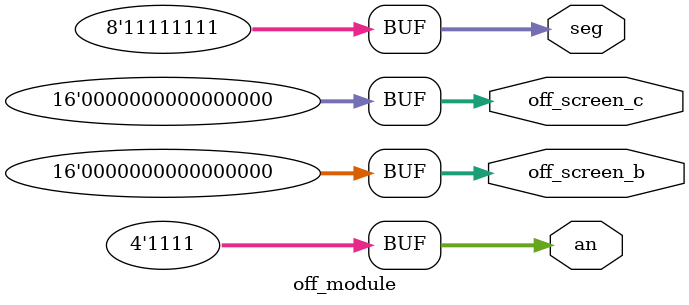
<source format=v>
`timescale 1ns / 1ps

module off_module(
    output [15:0] off_screen_b,
    output [15:0] off_screen_c,
    output [3:0] an,
    output [7:0] seg
);

    assign off_screen_b = 16'b0;
    assign off_screen_c = 16'b0;
    
    assign an = 4'b1111;
    assign seg = 8'b11111111;

endmodule
</source>
